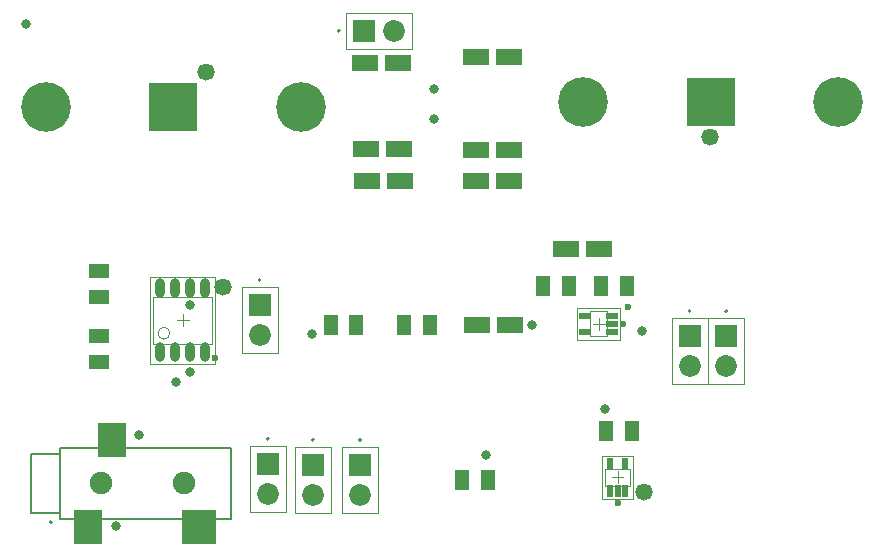
<source format=gts>
G04*
G04 #@! TF.GenerationSoftware,Altium Limited,Altium Designer,19.1.8 (144)*
G04*
G04 Layer_Color=8388736*
%FSLAX42Y42*%
%MOMM*%
G71*
G01*
G75*
%ADD12C,0.20*%
%ADD13C,0.13*%
%ADD15C,0.10*%
%ADD16C,0.05*%
%ADD17R,2.20X1.45*%
%ADD18R,1.30X1.80*%
%ADD19R,1.80X1.30*%
%ADD20O,0.80X1.65*%
%ADD21R,1.05X0.60*%
%ADD22R,4.16X4.16*%
%ADD23R,0.60X1.05*%
%ADD24R,3.00X3.00*%
%ADD25R,2.40X3.00*%
%ADD26C,1.85*%
%ADD27R,1.85X1.85*%
%ADD28R,1.85X1.85*%
%ADD29C,4.20*%
%ADD30C,1.90*%
%ADD31C,0.60*%
%ADD32C,1.47*%
%ADD33C,0.80*%
D12*
X350Y240D02*
G03*
X350Y240I-10J0D01*
G01*
D02*
G03*
X350Y240I-10J0D01*
G01*
X2790Y4400D02*
G03*
X2790Y4400I-10J0D01*
G01*
D02*
G03*
X2790Y4400I-10J0D01*
G01*
X2120Y2290D02*
G03*
X2120Y2290I-10J0D01*
G01*
D02*
G03*
X2120Y2290I-10J0D01*
G01*
X6070Y2027D02*
G03*
X6070Y2027I-10J0D01*
G01*
D02*
G03*
X6070Y2027I-10J0D01*
G01*
X2970Y937D02*
G03*
X2970Y937I-10J0D01*
G01*
D02*
G03*
X2970Y937I-10J0D01*
G01*
X2570D02*
G03*
X2570Y937I-10J0D01*
G01*
D02*
G03*
X2570Y937I-10J0D01*
G01*
X2190Y947D02*
G03*
X2190Y947I-10J0D01*
G01*
D02*
G03*
X2190Y947I-10J0D01*
G01*
X5760Y2030D02*
G03*
X5760Y2030I-10J0D01*
G01*
D02*
G03*
X5760Y2030I-10J0D01*
G01*
D13*
X170Y320D02*
X420D01*
X170D02*
Y820D01*
X420D01*
Y270D02*
X1870D01*
Y870D01*
X420D02*
X1870D01*
X420Y270D02*
Y870D01*
X170Y320D02*
X420D01*
X170D02*
Y820D01*
X420D01*
Y270D02*
X1870D01*
Y870D01*
X420D02*
X1870D01*
X420Y270D02*
Y870D01*
D15*
X1350Y1840D02*
G03*
X1350Y1840I-50J0D01*
G01*
X1710Y1750D02*
Y2150D01*
X1210Y1750D02*
Y2150D01*
X1710D01*
X1210Y1750D02*
X1710D01*
X4910Y2028D02*
X5050D01*
X4910Y1813D02*
X5050D01*
X4910D02*
Y2028D01*
X5050Y1813D02*
Y2028D01*
X5032Y550D02*
X5247D01*
X5032Y690D02*
X5247D01*
X5032Y550D02*
Y690D01*
X5247Y550D02*
Y690D01*
X1410Y1950D02*
X1510D01*
X1460Y1900D02*
Y2000D01*
X4980Y1870D02*
Y1970D01*
X4930Y1920D02*
X5030D01*
X5140Y570D02*
Y670D01*
X5090Y620D02*
X5190D01*
D16*
X2841Y4248D02*
Y4552D01*
Y4248D02*
X3399D01*
Y4552D01*
X2841D02*
X3399D01*
X1735Y1580D02*
Y2320D01*
X1185Y1580D02*
Y2320D01*
X1735D01*
X1185Y1580D02*
X1735D01*
X1958Y2229D02*
X2262D01*
X1958Y1671D02*
Y2229D01*
Y1671D02*
X2262D01*
Y2229D01*
X4800Y2055D02*
X5160D01*
X4800Y1785D02*
X5160D01*
X4800D02*
Y2055D01*
X5160Y1785D02*
Y2055D01*
X5908Y1966D02*
X6212D01*
X5908Y1408D02*
Y1966D01*
Y1408D02*
X6212D01*
Y1966D01*
X3112Y318D02*
Y876D01*
X2808Y318D02*
X3112D01*
X2808D02*
Y876D01*
X3112D01*
X2712Y318D02*
Y876D01*
X2408Y318D02*
X2712D01*
X2408D02*
Y876D01*
X2712D01*
X2332Y328D02*
Y886D01*
X2028Y328D02*
X2332D01*
X2028D02*
Y886D01*
X2332D01*
X5598Y1969D02*
X5902D01*
X5598Y1411D02*
Y1969D01*
Y1411D02*
X5902D01*
Y1969D01*
X5005Y440D02*
X5275D01*
X5005Y800D02*
X5275D01*
X5005Y440D02*
Y800D01*
X5275Y440D02*
Y800D01*
D17*
X3940Y4180D02*
D03*
X4220D02*
D03*
X3940Y3390D02*
D03*
X4220D02*
D03*
X3940Y3130D02*
D03*
X4220D02*
D03*
X3000Y4130D02*
D03*
X3280D02*
D03*
X3010Y3400D02*
D03*
X3290D02*
D03*
X3020Y3130D02*
D03*
X3300D02*
D03*
X3950Y1910D02*
D03*
X4230D02*
D03*
X4700Y2550D02*
D03*
X4980D02*
D03*
D18*
X3550Y1910D02*
D03*
X3330D02*
D03*
X2930D02*
D03*
X2710D02*
D03*
X4040Y600D02*
D03*
X3820D02*
D03*
X4730Y2240D02*
D03*
X4510D02*
D03*
X5220D02*
D03*
X5000D02*
D03*
X5260Y1010D02*
D03*
X5040D02*
D03*
D19*
X750Y1600D02*
D03*
Y1820D02*
D03*
Y2370D02*
D03*
Y2150D02*
D03*
D20*
X1651Y2222D02*
D03*
X1524D02*
D03*
X1397D02*
D03*
X1270D02*
D03*
X1651Y1678D02*
D03*
X1524D02*
D03*
X1397D02*
D03*
X1270D02*
D03*
D21*
X4867Y1855D02*
D03*
Y1985D02*
D03*
X5092D02*
D03*
Y1920D02*
D03*
Y1855D02*
D03*
D22*
X5930Y3800D02*
D03*
X1380Y3760D02*
D03*
D23*
X5075Y507D02*
D03*
X5140D02*
D03*
X5205D02*
D03*
Y732D02*
D03*
X5075D02*
D03*
D24*
X1600Y200D02*
D03*
D25*
X660D02*
D03*
X860Y940D02*
D03*
D26*
X3247Y4400D02*
D03*
X2110Y1823D02*
D03*
X6060Y1560D02*
D03*
X2960Y470D02*
D03*
X2560D02*
D03*
X2180Y480D02*
D03*
X5750Y1563D02*
D03*
D27*
X2993Y4400D02*
D03*
D28*
X2110Y2077D02*
D03*
X6060Y1814D02*
D03*
X2960Y724D02*
D03*
X2560D02*
D03*
X2180Y734D02*
D03*
X5750Y1817D02*
D03*
D29*
X7010Y3800D02*
D03*
X4850D02*
D03*
X300Y3760D02*
D03*
X2460D02*
D03*
D30*
X1470Y570D02*
D03*
X770D02*
D03*
D31*
X5230Y2060D02*
D03*
X5190Y1920D02*
D03*
X1730Y1630D02*
D03*
X5140Y400D02*
D03*
D32*
X5920Y3500D02*
D03*
X5360Y500D02*
D03*
X1800Y2230D02*
D03*
X1660Y4050D02*
D03*
D33*
X1520Y2080D02*
D03*
X5350Y1860D02*
D03*
X3590Y3650D02*
D03*
Y3910D02*
D03*
X4420Y1910D02*
D03*
X2550Y1830D02*
D03*
X1400Y1430D02*
D03*
X5030Y1200D02*
D03*
X4030Y810D02*
D03*
X1090Y980D02*
D03*
X1520Y1510D02*
D03*
X890Y210D02*
D03*
X130Y4460D02*
D03*
M02*

</source>
